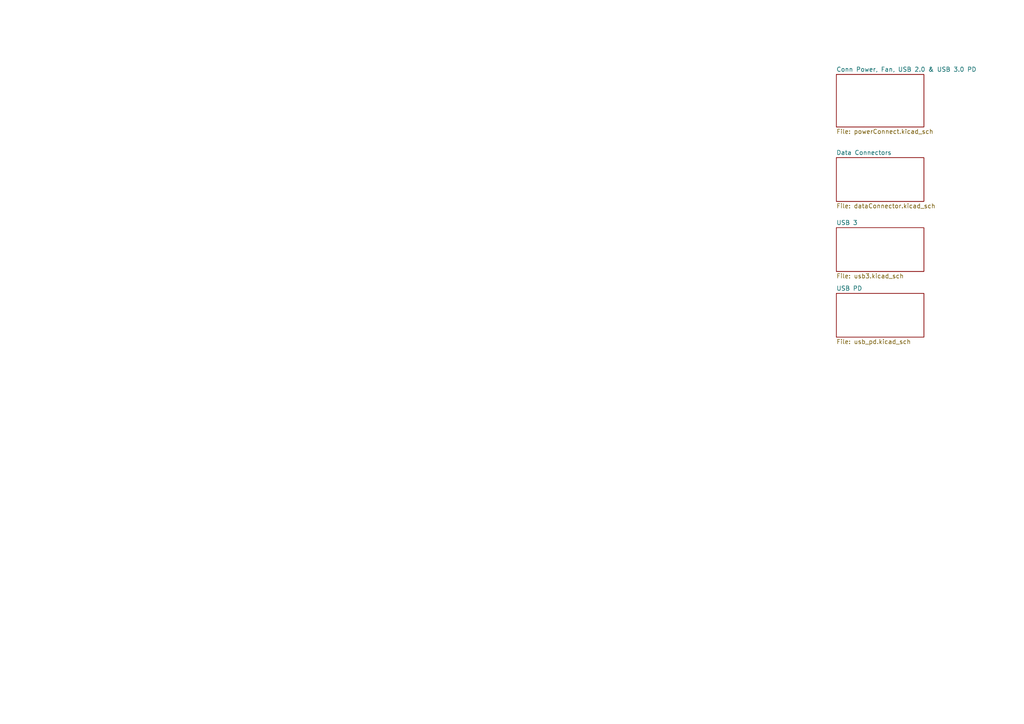
<source format=kicad_sch>
(kicad_sch
	(version 20231120)
	(generator "eeschema")
	(generator_version "8.0")
	(uuid "bbb5f505-87d6-424e-99bb-0bdaee5adea4")
	(paper "A4")
	(title_block
		(title "Framework Laptop 16 Expansion Bay Module")
		(date "06. April 2024")
		(rev "1.0")
		(company "by XPModder")
	)
	(lib_symbols)
	(sheet
		(at 242.57 66.04)
		(size 25.4 12.7)
		(fields_autoplaced yes)
		(stroke
			(width 0.1524)
			(type solid)
		)
		(fill
			(color 0 0 0 0.0000)
		)
		(uuid "862f6cb9-b732-454f-bf11-9e50e3bbca49")
		(property "Sheetname" "USB 3"
			(at 242.57 65.3284 0)
			(effects
				(font
					(size 1.27 1.27)
				)
				(justify left bottom)
			)
		)
		(property "Sheetfile" "usb3.kicad_sch"
			(at 242.57 79.3246 0)
			(effects
				(font
					(size 1.27 1.27)
				)
				(justify left top)
			)
		)
		(instances
			(project "Framework-ExpansionBay-IO-Module"
				(path "/bbb5f505-87d6-424e-99bb-0bdaee5adea4"
					(page "4")
				)
			)
		)
	)
	(sheet
		(at 242.57 45.72)
		(size 25.4 12.7)
		(fields_autoplaced yes)
		(stroke
			(width 0.1524)
			(type solid)
		)
		(fill
			(color 0 0 0 0.0000)
		)
		(uuid "9be671c0-017f-462b-810e-71994eb8078c")
		(property "Sheetname" "Data Connectors"
			(at 242.57 45.0084 0)
			(effects
				(font
					(size 1.27 1.27)
				)
				(justify left bottom)
			)
		)
		(property "Sheetfile" "dataConnector.kicad_sch"
			(at 242.57 59.0046 0)
			(effects
				(font
					(size 1.27 1.27)
				)
				(justify left top)
			)
		)
		(instances
			(project "Framework-ExpansionBay-IO-Module"
				(path "/bbb5f505-87d6-424e-99bb-0bdaee5adea4"
					(page "3")
				)
			)
		)
	)
	(sheet
		(at 242.57 21.59)
		(size 25.4 15.24)
		(fields_autoplaced yes)
		(stroke
			(width 0.1524)
			(type solid)
		)
		(fill
			(color 0 0 0 0.0000)
		)
		(uuid "a6935336-063d-4b91-adf0-f6134e3c4c65")
		(property "Sheetname" "Conn Power, Fan, USB 2.0 & USB 3.0 PD"
			(at 242.57 20.8784 0)
			(effects
				(font
					(size 1.27 1.27)
				)
				(justify left bottom)
			)
		)
		(property "Sheetfile" "powerConnect.kicad_sch"
			(at 242.57 37.4146 0)
			(effects
				(font
					(size 1.27 1.27)
				)
				(justify left top)
			)
		)
		(instances
			(project "Framework-ExpansionBay-IO-Module"
				(path "/bbb5f505-87d6-424e-99bb-0bdaee5adea4"
					(page "2")
				)
			)
		)
	)
	(sheet
		(at 242.57 85.09)
		(size 25.4 12.7)
		(fields_autoplaced yes)
		(stroke
			(width 0.1524)
			(type solid)
		)
		(fill
			(color 0 0 0 0.0000)
		)
		(uuid "abfc7ff3-ae71-43d6-bc5c-adbe3721d3c9")
		(property "Sheetname" "USB PD"
			(at 242.57 84.3784 0)
			(effects
				(font
					(size 1.27 1.27)
				)
				(justify left bottom)
			)
		)
		(property "Sheetfile" "usb_pd.kicad_sch"
			(at 242.57 98.3746 0)
			(effects
				(font
					(size 1.27 1.27)
				)
				(justify left top)
			)
		)
		(instances
			(project "Framework-ExpansionBay-IO-Module"
				(path "/bbb5f505-87d6-424e-99bb-0bdaee5adea4"
					(page "5")
				)
			)
		)
	)
	(sheet_instances
		(path "/"
			(page "1")
		)
	)
)
</source>
